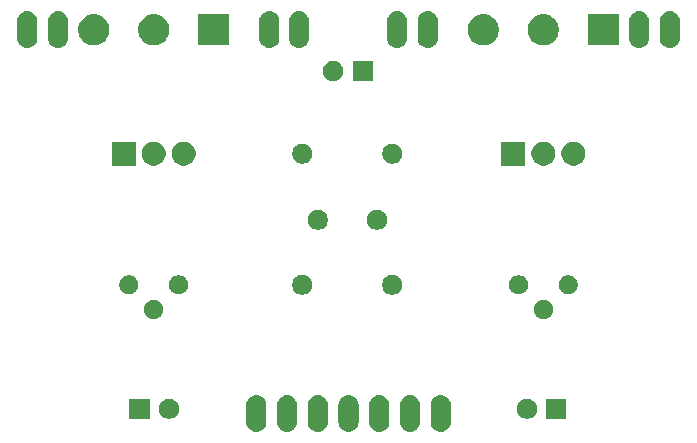
<source format=gbr>
G04 #@! TF.GenerationSoftware,KiCad,Pcbnew,(5.1.5-0-10_14)*
G04 #@! TF.CreationDate,2021-09-14T17:42:55+02:00*
G04 #@! TF.ProjectId,npnium,6e706e69-756d-42e6-9b69-6361645f7063,rev?*
G04 #@! TF.SameCoordinates,Original*
G04 #@! TF.FileFunction,Soldermask,Top*
G04 #@! TF.FilePolarity,Negative*
%FSLAX46Y46*%
G04 Gerber Fmt 4.6, Leading zero omitted, Abs format (unit mm)*
G04 Created by KiCad (PCBNEW (5.1.5-0-10_14)) date 2021-09-14 17:42:55*
%MOMM*%
%LPD*%
G04 APERTURE LIST*
%ADD10C,0.100000*%
G04 APERTURE END LIST*
D10*
G36*
X92366822Y-109361313D02*
G01*
X92527241Y-109409976D01*
X92675077Y-109488995D01*
X92804659Y-109595341D01*
X92911004Y-109724922D01*
X92911005Y-109724924D01*
X92990024Y-109872758D01*
X93038687Y-110033177D01*
X93051000Y-110158196D01*
X93051000Y-111641804D01*
X93038687Y-111766823D01*
X92990024Y-111927242D01*
X92919114Y-112059906D01*
X92911004Y-112075078D01*
X92804659Y-112204659D01*
X92675078Y-112311004D01*
X92675076Y-112311005D01*
X92527242Y-112390024D01*
X92366823Y-112438687D01*
X92200000Y-112455117D01*
X92033178Y-112438687D01*
X91872759Y-112390024D01*
X91724925Y-112311005D01*
X91724923Y-112311004D01*
X91595342Y-112204659D01*
X91488997Y-112075078D01*
X91480887Y-112059906D01*
X91409977Y-111927242D01*
X91361314Y-111766823D01*
X91349001Y-111641804D01*
X91349000Y-110158197D01*
X91361313Y-110033178D01*
X91409976Y-109872759D01*
X91488995Y-109724923D01*
X91595341Y-109595341D01*
X91724922Y-109488996D01*
X91740094Y-109480886D01*
X91872758Y-109409976D01*
X92033177Y-109361313D01*
X92200000Y-109344883D01*
X92366822Y-109361313D01*
G37*
G36*
X94966822Y-109361313D02*
G01*
X95127241Y-109409976D01*
X95275077Y-109488995D01*
X95404659Y-109595341D01*
X95511004Y-109724922D01*
X95511005Y-109724924D01*
X95590024Y-109872758D01*
X95638687Y-110033177D01*
X95651000Y-110158196D01*
X95651000Y-111641804D01*
X95638687Y-111766823D01*
X95590024Y-111927242D01*
X95519114Y-112059906D01*
X95511004Y-112075078D01*
X95404659Y-112204659D01*
X95275078Y-112311004D01*
X95275076Y-112311005D01*
X95127242Y-112390024D01*
X94966823Y-112438687D01*
X94800000Y-112455117D01*
X94633178Y-112438687D01*
X94472759Y-112390024D01*
X94324925Y-112311005D01*
X94324923Y-112311004D01*
X94195342Y-112204659D01*
X94088997Y-112075078D01*
X94080887Y-112059906D01*
X94009977Y-111927242D01*
X93961314Y-111766823D01*
X93949001Y-111641804D01*
X93949000Y-110158197D01*
X93961313Y-110033178D01*
X94009976Y-109872759D01*
X94088995Y-109724923D01*
X94195341Y-109595341D01*
X94324922Y-109488996D01*
X94340094Y-109480886D01*
X94472758Y-109409976D01*
X94633177Y-109361313D01*
X94800000Y-109344883D01*
X94966822Y-109361313D01*
G37*
G36*
X97566822Y-109361313D02*
G01*
X97727241Y-109409976D01*
X97875077Y-109488995D01*
X98004659Y-109595341D01*
X98111004Y-109724922D01*
X98111005Y-109724924D01*
X98190024Y-109872758D01*
X98238687Y-110033177D01*
X98251000Y-110158196D01*
X98251000Y-111641804D01*
X98238687Y-111766823D01*
X98190024Y-111927242D01*
X98119114Y-112059906D01*
X98111004Y-112075078D01*
X98004659Y-112204659D01*
X97875078Y-112311004D01*
X97875076Y-112311005D01*
X97727242Y-112390024D01*
X97566823Y-112438687D01*
X97400000Y-112455117D01*
X97233178Y-112438687D01*
X97072759Y-112390024D01*
X96924925Y-112311005D01*
X96924923Y-112311004D01*
X96795342Y-112204659D01*
X96688997Y-112075078D01*
X96680887Y-112059906D01*
X96609977Y-111927242D01*
X96561314Y-111766823D01*
X96549001Y-111641804D01*
X96549000Y-110158197D01*
X96561313Y-110033178D01*
X96609976Y-109872759D01*
X96688995Y-109724923D01*
X96795341Y-109595341D01*
X96924922Y-109488996D01*
X96940094Y-109480886D01*
X97072758Y-109409976D01*
X97233177Y-109361313D01*
X97400000Y-109344883D01*
X97566822Y-109361313D01*
G37*
G36*
X100166822Y-109361313D02*
G01*
X100327241Y-109409976D01*
X100475077Y-109488995D01*
X100604659Y-109595341D01*
X100711004Y-109724922D01*
X100711005Y-109724924D01*
X100790024Y-109872758D01*
X100838687Y-110033177D01*
X100851000Y-110158196D01*
X100851000Y-111641804D01*
X100838687Y-111766823D01*
X100790024Y-111927242D01*
X100719114Y-112059906D01*
X100711004Y-112075078D01*
X100604659Y-112204659D01*
X100475078Y-112311004D01*
X100475076Y-112311005D01*
X100327242Y-112390024D01*
X100166823Y-112438687D01*
X100000000Y-112455117D01*
X99833178Y-112438687D01*
X99672759Y-112390024D01*
X99524925Y-112311005D01*
X99524923Y-112311004D01*
X99395342Y-112204659D01*
X99288997Y-112075078D01*
X99280887Y-112059906D01*
X99209977Y-111927242D01*
X99161314Y-111766823D01*
X99149001Y-111641804D01*
X99149000Y-110158197D01*
X99161313Y-110033178D01*
X99209976Y-109872759D01*
X99288995Y-109724923D01*
X99395341Y-109595341D01*
X99524922Y-109488996D01*
X99540094Y-109480886D01*
X99672758Y-109409976D01*
X99833177Y-109361313D01*
X100000000Y-109344883D01*
X100166822Y-109361313D01*
G37*
G36*
X102766822Y-109361313D02*
G01*
X102927241Y-109409976D01*
X103075077Y-109488995D01*
X103204659Y-109595341D01*
X103311004Y-109724922D01*
X103311005Y-109724924D01*
X103390024Y-109872758D01*
X103438687Y-110033177D01*
X103451000Y-110158196D01*
X103451000Y-111641804D01*
X103438687Y-111766823D01*
X103390024Y-111927242D01*
X103319114Y-112059906D01*
X103311004Y-112075078D01*
X103204659Y-112204659D01*
X103075078Y-112311004D01*
X103075076Y-112311005D01*
X102927242Y-112390024D01*
X102766823Y-112438687D01*
X102600000Y-112455117D01*
X102433178Y-112438687D01*
X102272759Y-112390024D01*
X102124925Y-112311005D01*
X102124923Y-112311004D01*
X101995342Y-112204659D01*
X101888997Y-112075078D01*
X101880887Y-112059906D01*
X101809977Y-111927242D01*
X101761314Y-111766823D01*
X101749001Y-111641804D01*
X101749000Y-110158197D01*
X101761313Y-110033178D01*
X101809976Y-109872759D01*
X101888995Y-109724923D01*
X101995341Y-109595341D01*
X102124922Y-109488996D01*
X102140094Y-109480886D01*
X102272758Y-109409976D01*
X102433177Y-109361313D01*
X102600000Y-109344883D01*
X102766822Y-109361313D01*
G37*
G36*
X105366822Y-109361313D02*
G01*
X105527241Y-109409976D01*
X105675077Y-109488995D01*
X105804659Y-109595341D01*
X105911004Y-109724922D01*
X105911005Y-109724924D01*
X105990024Y-109872758D01*
X106038687Y-110033177D01*
X106051000Y-110158196D01*
X106051000Y-111641804D01*
X106038687Y-111766823D01*
X105990024Y-111927242D01*
X105919114Y-112059906D01*
X105911004Y-112075078D01*
X105804659Y-112204659D01*
X105675078Y-112311004D01*
X105675076Y-112311005D01*
X105527242Y-112390024D01*
X105366823Y-112438687D01*
X105200000Y-112455117D01*
X105033178Y-112438687D01*
X104872759Y-112390024D01*
X104724925Y-112311005D01*
X104724923Y-112311004D01*
X104595342Y-112204659D01*
X104488997Y-112075078D01*
X104480887Y-112059906D01*
X104409977Y-111927242D01*
X104361314Y-111766823D01*
X104349001Y-111641804D01*
X104349000Y-110158197D01*
X104361313Y-110033178D01*
X104409976Y-109872759D01*
X104488995Y-109724923D01*
X104595341Y-109595341D01*
X104724922Y-109488996D01*
X104740094Y-109480886D01*
X104872758Y-109409976D01*
X105033177Y-109361313D01*
X105200000Y-109344883D01*
X105366822Y-109361313D01*
G37*
G36*
X107966822Y-109361313D02*
G01*
X108127241Y-109409976D01*
X108275077Y-109488995D01*
X108404659Y-109595341D01*
X108511004Y-109724922D01*
X108511005Y-109724924D01*
X108590024Y-109872758D01*
X108638687Y-110033177D01*
X108651000Y-110158196D01*
X108651000Y-111641804D01*
X108638687Y-111766823D01*
X108590024Y-111927242D01*
X108519114Y-112059906D01*
X108511004Y-112075078D01*
X108404659Y-112204659D01*
X108275078Y-112311004D01*
X108275076Y-112311005D01*
X108127242Y-112390024D01*
X107966823Y-112438687D01*
X107800000Y-112455117D01*
X107633178Y-112438687D01*
X107472759Y-112390024D01*
X107324925Y-112311005D01*
X107324923Y-112311004D01*
X107195342Y-112204659D01*
X107088997Y-112075078D01*
X107080887Y-112059906D01*
X107009977Y-111927242D01*
X106961314Y-111766823D01*
X106949001Y-111641804D01*
X106949000Y-110158197D01*
X106961313Y-110033178D01*
X107009976Y-109872759D01*
X107088995Y-109724923D01*
X107195341Y-109595341D01*
X107324922Y-109488996D01*
X107340094Y-109480886D01*
X107472758Y-109409976D01*
X107633177Y-109361313D01*
X107800000Y-109344883D01*
X107966822Y-109361313D01*
G37*
G36*
X115348228Y-109681703D02*
G01*
X115503100Y-109745853D01*
X115642481Y-109838985D01*
X115761015Y-109957519D01*
X115854147Y-110096900D01*
X115918297Y-110251772D01*
X115951000Y-110416184D01*
X115951000Y-110583816D01*
X115918297Y-110748228D01*
X115854147Y-110903100D01*
X115761015Y-111042481D01*
X115642481Y-111161015D01*
X115503100Y-111254147D01*
X115348228Y-111318297D01*
X115183816Y-111351000D01*
X115016184Y-111351000D01*
X114851772Y-111318297D01*
X114696900Y-111254147D01*
X114557519Y-111161015D01*
X114438985Y-111042481D01*
X114345853Y-110903100D01*
X114281703Y-110748228D01*
X114249000Y-110583816D01*
X114249000Y-110416184D01*
X114281703Y-110251772D01*
X114345853Y-110096900D01*
X114438985Y-109957519D01*
X114557519Y-109838985D01*
X114696900Y-109745853D01*
X114851772Y-109681703D01*
X115016184Y-109649000D01*
X115183816Y-109649000D01*
X115348228Y-109681703D01*
G37*
G36*
X83151000Y-111351000D02*
G01*
X81449000Y-111351000D01*
X81449000Y-109649000D01*
X83151000Y-109649000D01*
X83151000Y-111351000D01*
G37*
G36*
X85048228Y-109681703D02*
G01*
X85203100Y-109745853D01*
X85342481Y-109838985D01*
X85461015Y-109957519D01*
X85554147Y-110096900D01*
X85618297Y-110251772D01*
X85651000Y-110416184D01*
X85651000Y-110583816D01*
X85618297Y-110748228D01*
X85554147Y-110903100D01*
X85461015Y-111042481D01*
X85342481Y-111161015D01*
X85203100Y-111254147D01*
X85048228Y-111318297D01*
X84883816Y-111351000D01*
X84716184Y-111351000D01*
X84551772Y-111318297D01*
X84396900Y-111254147D01*
X84257519Y-111161015D01*
X84138985Y-111042481D01*
X84045853Y-110903100D01*
X83981703Y-110748228D01*
X83949000Y-110583816D01*
X83949000Y-110416184D01*
X83981703Y-110251772D01*
X84045853Y-110096900D01*
X84138985Y-109957519D01*
X84257519Y-109838985D01*
X84396900Y-109745853D01*
X84551772Y-109681703D01*
X84716184Y-109649000D01*
X84883816Y-109649000D01*
X85048228Y-109681703D01*
G37*
G36*
X118451000Y-111351000D02*
G01*
X116749000Y-111351000D01*
X116749000Y-109649000D01*
X118451000Y-109649000D01*
X118451000Y-111351000D01*
G37*
G36*
X116737142Y-101318242D02*
G01*
X116885101Y-101379529D01*
X117018255Y-101468499D01*
X117131501Y-101581745D01*
X117220471Y-101714899D01*
X117281758Y-101862858D01*
X117313000Y-102019925D01*
X117313000Y-102180075D01*
X117281758Y-102337142D01*
X117220471Y-102485101D01*
X117131501Y-102618255D01*
X117018255Y-102731501D01*
X116885101Y-102820471D01*
X116737142Y-102881758D01*
X116580075Y-102913000D01*
X116419925Y-102913000D01*
X116262858Y-102881758D01*
X116114899Y-102820471D01*
X115981745Y-102731501D01*
X115868499Y-102618255D01*
X115779529Y-102485101D01*
X115718242Y-102337142D01*
X115687000Y-102180075D01*
X115687000Y-102019925D01*
X115718242Y-101862858D01*
X115779529Y-101714899D01*
X115868499Y-101581745D01*
X115981745Y-101468499D01*
X116114899Y-101379529D01*
X116262858Y-101318242D01*
X116419925Y-101287000D01*
X116580075Y-101287000D01*
X116737142Y-101318242D01*
G37*
G36*
X83737142Y-101318242D02*
G01*
X83885101Y-101379529D01*
X84018255Y-101468499D01*
X84131501Y-101581745D01*
X84220471Y-101714899D01*
X84281758Y-101862858D01*
X84313000Y-102019925D01*
X84313000Y-102180075D01*
X84281758Y-102337142D01*
X84220471Y-102485101D01*
X84131501Y-102618255D01*
X84018255Y-102731501D01*
X83885101Y-102820471D01*
X83737142Y-102881758D01*
X83580075Y-102913000D01*
X83419925Y-102913000D01*
X83262858Y-102881758D01*
X83114899Y-102820471D01*
X82981745Y-102731501D01*
X82868499Y-102618255D01*
X82779529Y-102485101D01*
X82718242Y-102337142D01*
X82687000Y-102180075D01*
X82687000Y-102019925D01*
X82718242Y-101862858D01*
X82779529Y-101714899D01*
X82868499Y-101581745D01*
X82981745Y-101468499D01*
X83114899Y-101379529D01*
X83262858Y-101318242D01*
X83419925Y-101287000D01*
X83580075Y-101287000D01*
X83737142Y-101318242D01*
G37*
G36*
X103948228Y-99181703D02*
G01*
X104103100Y-99245853D01*
X104242481Y-99338985D01*
X104361015Y-99457519D01*
X104454147Y-99596900D01*
X104518297Y-99751772D01*
X104551000Y-99916184D01*
X104551000Y-100083816D01*
X104518297Y-100248228D01*
X104454147Y-100403100D01*
X104361015Y-100542481D01*
X104242481Y-100661015D01*
X104103100Y-100754147D01*
X103948228Y-100818297D01*
X103783816Y-100851000D01*
X103616184Y-100851000D01*
X103451772Y-100818297D01*
X103296900Y-100754147D01*
X103157519Y-100661015D01*
X103038985Y-100542481D01*
X102945853Y-100403100D01*
X102881703Y-100248228D01*
X102849000Y-100083816D01*
X102849000Y-99916184D01*
X102881703Y-99751772D01*
X102945853Y-99596900D01*
X103038985Y-99457519D01*
X103157519Y-99338985D01*
X103296900Y-99245853D01*
X103451772Y-99181703D01*
X103616184Y-99149000D01*
X103783816Y-99149000D01*
X103948228Y-99181703D01*
G37*
G36*
X96328228Y-99181703D02*
G01*
X96483100Y-99245853D01*
X96622481Y-99338985D01*
X96741015Y-99457519D01*
X96834147Y-99596900D01*
X96898297Y-99751772D01*
X96931000Y-99916184D01*
X96931000Y-100083816D01*
X96898297Y-100248228D01*
X96834147Y-100403100D01*
X96741015Y-100542481D01*
X96622481Y-100661015D01*
X96483100Y-100754147D01*
X96328228Y-100818297D01*
X96163816Y-100851000D01*
X95996184Y-100851000D01*
X95831772Y-100818297D01*
X95676900Y-100754147D01*
X95537519Y-100661015D01*
X95418985Y-100542481D01*
X95325853Y-100403100D01*
X95261703Y-100248228D01*
X95229000Y-100083816D01*
X95229000Y-99916184D01*
X95261703Y-99751772D01*
X95325853Y-99596900D01*
X95418985Y-99457519D01*
X95537519Y-99338985D01*
X95676900Y-99245853D01*
X95831772Y-99181703D01*
X95996184Y-99149000D01*
X96163816Y-99149000D01*
X96328228Y-99181703D01*
G37*
G36*
X118837142Y-99218242D02*
G01*
X118985101Y-99279529D01*
X119118255Y-99368499D01*
X119231501Y-99481745D01*
X119320471Y-99614899D01*
X119381758Y-99762858D01*
X119413000Y-99919925D01*
X119413000Y-100080075D01*
X119381758Y-100237142D01*
X119320471Y-100385101D01*
X119231501Y-100518255D01*
X119118255Y-100631501D01*
X118985101Y-100720471D01*
X118837142Y-100781758D01*
X118680075Y-100813000D01*
X118519925Y-100813000D01*
X118362858Y-100781758D01*
X118214899Y-100720471D01*
X118081745Y-100631501D01*
X117968499Y-100518255D01*
X117879529Y-100385101D01*
X117818242Y-100237142D01*
X117787000Y-100080075D01*
X117787000Y-99919925D01*
X117818242Y-99762858D01*
X117879529Y-99614899D01*
X117968499Y-99481745D01*
X118081745Y-99368499D01*
X118214899Y-99279529D01*
X118362858Y-99218242D01*
X118519925Y-99187000D01*
X118680075Y-99187000D01*
X118837142Y-99218242D01*
G37*
G36*
X114637142Y-99218242D02*
G01*
X114785101Y-99279529D01*
X114918255Y-99368499D01*
X115031501Y-99481745D01*
X115120471Y-99614899D01*
X115181758Y-99762858D01*
X115213000Y-99919925D01*
X115213000Y-100080075D01*
X115181758Y-100237142D01*
X115120471Y-100385101D01*
X115031501Y-100518255D01*
X114918255Y-100631501D01*
X114785101Y-100720471D01*
X114637142Y-100781758D01*
X114480075Y-100813000D01*
X114319925Y-100813000D01*
X114162858Y-100781758D01*
X114014899Y-100720471D01*
X113881745Y-100631501D01*
X113768499Y-100518255D01*
X113679529Y-100385101D01*
X113618242Y-100237142D01*
X113587000Y-100080075D01*
X113587000Y-99919925D01*
X113618242Y-99762858D01*
X113679529Y-99614899D01*
X113768499Y-99481745D01*
X113881745Y-99368499D01*
X114014899Y-99279529D01*
X114162858Y-99218242D01*
X114319925Y-99187000D01*
X114480075Y-99187000D01*
X114637142Y-99218242D01*
G37*
G36*
X85837142Y-99218242D02*
G01*
X85985101Y-99279529D01*
X86118255Y-99368499D01*
X86231501Y-99481745D01*
X86320471Y-99614899D01*
X86381758Y-99762858D01*
X86413000Y-99919925D01*
X86413000Y-100080075D01*
X86381758Y-100237142D01*
X86320471Y-100385101D01*
X86231501Y-100518255D01*
X86118255Y-100631501D01*
X85985101Y-100720471D01*
X85837142Y-100781758D01*
X85680075Y-100813000D01*
X85519925Y-100813000D01*
X85362858Y-100781758D01*
X85214899Y-100720471D01*
X85081745Y-100631501D01*
X84968499Y-100518255D01*
X84879529Y-100385101D01*
X84818242Y-100237142D01*
X84787000Y-100080075D01*
X84787000Y-99919925D01*
X84818242Y-99762858D01*
X84879529Y-99614899D01*
X84968499Y-99481745D01*
X85081745Y-99368499D01*
X85214899Y-99279529D01*
X85362858Y-99218242D01*
X85519925Y-99187000D01*
X85680075Y-99187000D01*
X85837142Y-99218242D01*
G37*
G36*
X81637142Y-99218242D02*
G01*
X81785101Y-99279529D01*
X81918255Y-99368499D01*
X82031501Y-99481745D01*
X82120471Y-99614899D01*
X82181758Y-99762858D01*
X82213000Y-99919925D01*
X82213000Y-100080075D01*
X82181758Y-100237142D01*
X82120471Y-100385101D01*
X82031501Y-100518255D01*
X81918255Y-100631501D01*
X81785101Y-100720471D01*
X81637142Y-100781758D01*
X81480075Y-100813000D01*
X81319925Y-100813000D01*
X81162858Y-100781758D01*
X81014899Y-100720471D01*
X80881745Y-100631501D01*
X80768499Y-100518255D01*
X80679529Y-100385101D01*
X80618242Y-100237142D01*
X80587000Y-100080075D01*
X80587000Y-99919925D01*
X80618242Y-99762858D01*
X80679529Y-99614899D01*
X80768499Y-99481745D01*
X80881745Y-99368499D01*
X81014899Y-99279529D01*
X81162858Y-99218242D01*
X81319925Y-99187000D01*
X81480075Y-99187000D01*
X81637142Y-99218242D01*
G37*
G36*
X102648228Y-93681703D02*
G01*
X102803100Y-93745853D01*
X102942481Y-93838985D01*
X103061015Y-93957519D01*
X103154147Y-94096900D01*
X103218297Y-94251772D01*
X103251000Y-94416184D01*
X103251000Y-94583816D01*
X103218297Y-94748228D01*
X103154147Y-94903100D01*
X103061015Y-95042481D01*
X102942481Y-95161015D01*
X102803100Y-95254147D01*
X102648228Y-95318297D01*
X102483816Y-95351000D01*
X102316184Y-95351000D01*
X102151772Y-95318297D01*
X101996900Y-95254147D01*
X101857519Y-95161015D01*
X101738985Y-95042481D01*
X101645853Y-94903100D01*
X101581703Y-94748228D01*
X101549000Y-94583816D01*
X101549000Y-94416184D01*
X101581703Y-94251772D01*
X101645853Y-94096900D01*
X101738985Y-93957519D01*
X101857519Y-93838985D01*
X101996900Y-93745853D01*
X102151772Y-93681703D01*
X102316184Y-93649000D01*
X102483816Y-93649000D01*
X102648228Y-93681703D01*
G37*
G36*
X97648228Y-93681703D02*
G01*
X97803100Y-93745853D01*
X97942481Y-93838985D01*
X98061015Y-93957519D01*
X98154147Y-94096900D01*
X98218297Y-94251772D01*
X98251000Y-94416184D01*
X98251000Y-94583816D01*
X98218297Y-94748228D01*
X98154147Y-94903100D01*
X98061015Y-95042481D01*
X97942481Y-95161015D01*
X97803100Y-95254147D01*
X97648228Y-95318297D01*
X97483816Y-95351000D01*
X97316184Y-95351000D01*
X97151772Y-95318297D01*
X96996900Y-95254147D01*
X96857519Y-95161015D01*
X96738985Y-95042481D01*
X96645853Y-94903100D01*
X96581703Y-94748228D01*
X96549000Y-94583816D01*
X96549000Y-94416184D01*
X96581703Y-94251772D01*
X96645853Y-94096900D01*
X96738985Y-93957519D01*
X96857519Y-93838985D01*
X96996900Y-93745853D01*
X97151772Y-93681703D01*
X97316184Y-93649000D01*
X97483816Y-93649000D01*
X97648228Y-93681703D01*
G37*
G36*
X81976200Y-89916200D02*
G01*
X79943800Y-89916200D01*
X79943800Y-87883800D01*
X81976200Y-87883800D01*
X81976200Y-89916200D01*
G37*
G36*
X83796415Y-87922851D02*
G01*
X83981350Y-87999454D01*
X83981351Y-87999455D01*
X84147790Y-88110666D01*
X84289334Y-88252210D01*
X84289335Y-88252212D01*
X84400546Y-88418650D01*
X84477149Y-88603585D01*
X84516200Y-88799912D01*
X84516200Y-89000088D01*
X84477149Y-89196415D01*
X84400546Y-89381350D01*
X84400545Y-89381351D01*
X84289334Y-89547790D01*
X84147790Y-89689334D01*
X84104447Y-89718295D01*
X83981350Y-89800546D01*
X83796415Y-89877149D01*
X83600088Y-89916200D01*
X83399912Y-89916200D01*
X83203585Y-89877149D01*
X83018650Y-89800546D01*
X82895553Y-89718295D01*
X82852210Y-89689334D01*
X82710666Y-89547790D01*
X82599455Y-89381351D01*
X82599454Y-89381350D01*
X82522851Y-89196415D01*
X82483800Y-89000088D01*
X82483800Y-88799912D01*
X82522851Y-88603585D01*
X82599454Y-88418650D01*
X82710665Y-88252212D01*
X82710666Y-88252210D01*
X82852210Y-88110666D01*
X83018649Y-87999455D01*
X83018650Y-87999454D01*
X83203585Y-87922851D01*
X83399912Y-87883800D01*
X83600088Y-87883800D01*
X83796415Y-87922851D01*
G37*
G36*
X119336415Y-87922851D02*
G01*
X119521350Y-87999454D01*
X119521351Y-87999455D01*
X119687790Y-88110666D01*
X119829334Y-88252210D01*
X119829335Y-88252212D01*
X119940546Y-88418650D01*
X120017149Y-88603585D01*
X120056200Y-88799912D01*
X120056200Y-89000088D01*
X120017149Y-89196415D01*
X119940546Y-89381350D01*
X119940545Y-89381351D01*
X119829334Y-89547790D01*
X119687790Y-89689334D01*
X119644447Y-89718295D01*
X119521350Y-89800546D01*
X119336415Y-89877149D01*
X119140088Y-89916200D01*
X118939912Y-89916200D01*
X118743585Y-89877149D01*
X118558650Y-89800546D01*
X118435553Y-89718295D01*
X118392210Y-89689334D01*
X118250666Y-89547790D01*
X118139455Y-89381351D01*
X118139454Y-89381350D01*
X118062851Y-89196415D01*
X118023800Y-89000088D01*
X118023800Y-88799912D01*
X118062851Y-88603585D01*
X118139454Y-88418650D01*
X118250665Y-88252212D01*
X118250666Y-88252210D01*
X118392210Y-88110666D01*
X118558649Y-87999455D01*
X118558650Y-87999454D01*
X118743585Y-87922851D01*
X118939912Y-87883800D01*
X119140088Y-87883800D01*
X119336415Y-87922851D01*
G37*
G36*
X116796415Y-87922851D02*
G01*
X116981350Y-87999454D01*
X116981351Y-87999455D01*
X117147790Y-88110666D01*
X117289334Y-88252210D01*
X117289335Y-88252212D01*
X117400546Y-88418650D01*
X117477149Y-88603585D01*
X117516200Y-88799912D01*
X117516200Y-89000088D01*
X117477149Y-89196415D01*
X117400546Y-89381350D01*
X117400545Y-89381351D01*
X117289334Y-89547790D01*
X117147790Y-89689334D01*
X117104447Y-89718295D01*
X116981350Y-89800546D01*
X116796415Y-89877149D01*
X116600088Y-89916200D01*
X116399912Y-89916200D01*
X116203585Y-89877149D01*
X116018650Y-89800546D01*
X115895553Y-89718295D01*
X115852210Y-89689334D01*
X115710666Y-89547790D01*
X115599455Y-89381351D01*
X115599454Y-89381350D01*
X115522851Y-89196415D01*
X115483800Y-89000088D01*
X115483800Y-88799912D01*
X115522851Y-88603585D01*
X115599454Y-88418650D01*
X115710665Y-88252212D01*
X115710666Y-88252210D01*
X115852210Y-88110666D01*
X116018649Y-87999455D01*
X116018650Y-87999454D01*
X116203585Y-87922851D01*
X116399912Y-87883800D01*
X116600088Y-87883800D01*
X116796415Y-87922851D01*
G37*
G36*
X114976200Y-89916200D02*
G01*
X112943800Y-89916200D01*
X112943800Y-87883800D01*
X114976200Y-87883800D01*
X114976200Y-89916200D01*
G37*
G36*
X86336415Y-87922851D02*
G01*
X86521350Y-87999454D01*
X86521351Y-87999455D01*
X86687790Y-88110666D01*
X86829334Y-88252210D01*
X86829335Y-88252212D01*
X86940546Y-88418650D01*
X87017149Y-88603585D01*
X87056200Y-88799912D01*
X87056200Y-89000088D01*
X87017149Y-89196415D01*
X86940546Y-89381350D01*
X86940545Y-89381351D01*
X86829334Y-89547790D01*
X86687790Y-89689334D01*
X86644447Y-89718295D01*
X86521350Y-89800546D01*
X86336415Y-89877149D01*
X86140088Y-89916200D01*
X85939912Y-89916200D01*
X85743585Y-89877149D01*
X85558650Y-89800546D01*
X85435553Y-89718295D01*
X85392210Y-89689334D01*
X85250666Y-89547790D01*
X85139455Y-89381351D01*
X85139454Y-89381350D01*
X85062851Y-89196415D01*
X85023800Y-89000088D01*
X85023800Y-88799912D01*
X85062851Y-88603585D01*
X85139454Y-88418650D01*
X85250665Y-88252212D01*
X85250666Y-88252210D01*
X85392210Y-88110666D01*
X85558649Y-87999455D01*
X85558650Y-87999454D01*
X85743585Y-87922851D01*
X85939912Y-87883800D01*
X86140088Y-87883800D01*
X86336415Y-87922851D01*
G37*
G36*
X96328228Y-88081703D02*
G01*
X96483100Y-88145853D01*
X96622481Y-88238985D01*
X96741015Y-88357519D01*
X96834147Y-88496900D01*
X96898297Y-88651772D01*
X96931000Y-88816184D01*
X96931000Y-88983816D01*
X96898297Y-89148228D01*
X96834147Y-89303100D01*
X96741015Y-89442481D01*
X96622481Y-89561015D01*
X96483100Y-89654147D01*
X96328228Y-89718297D01*
X96163816Y-89751000D01*
X95996184Y-89751000D01*
X95831772Y-89718297D01*
X95676900Y-89654147D01*
X95537519Y-89561015D01*
X95418985Y-89442481D01*
X95325853Y-89303100D01*
X95261703Y-89148228D01*
X95229000Y-88983816D01*
X95229000Y-88816184D01*
X95261703Y-88651772D01*
X95325853Y-88496900D01*
X95418985Y-88357519D01*
X95537519Y-88238985D01*
X95676900Y-88145853D01*
X95831772Y-88081703D01*
X95996184Y-88049000D01*
X96163816Y-88049000D01*
X96328228Y-88081703D01*
G37*
G36*
X103948228Y-88081703D02*
G01*
X104103100Y-88145853D01*
X104242481Y-88238985D01*
X104361015Y-88357519D01*
X104454147Y-88496900D01*
X104518297Y-88651772D01*
X104551000Y-88816184D01*
X104551000Y-88983816D01*
X104518297Y-89148228D01*
X104454147Y-89303100D01*
X104361015Y-89442481D01*
X104242481Y-89561015D01*
X104103100Y-89654147D01*
X103948228Y-89718297D01*
X103783816Y-89751000D01*
X103616184Y-89751000D01*
X103451772Y-89718297D01*
X103296900Y-89654147D01*
X103157519Y-89561015D01*
X103038985Y-89442481D01*
X102945853Y-89303100D01*
X102881703Y-89148228D01*
X102849000Y-88983816D01*
X102849000Y-88816184D01*
X102881703Y-88651772D01*
X102945853Y-88496900D01*
X103038985Y-88357519D01*
X103157519Y-88238985D01*
X103296900Y-88145853D01*
X103451772Y-88081703D01*
X103616184Y-88049000D01*
X103783816Y-88049000D01*
X103948228Y-88081703D01*
G37*
G36*
X102051000Y-82751000D02*
G01*
X100349000Y-82751000D01*
X100349000Y-81049000D01*
X102051000Y-81049000D01*
X102051000Y-82751000D01*
G37*
G36*
X98948228Y-81081703D02*
G01*
X99103100Y-81145853D01*
X99242481Y-81238985D01*
X99361015Y-81357519D01*
X99454147Y-81496900D01*
X99518297Y-81651772D01*
X99551000Y-81816184D01*
X99551000Y-81983816D01*
X99518297Y-82148228D01*
X99454147Y-82303100D01*
X99361015Y-82442481D01*
X99242481Y-82561015D01*
X99103100Y-82654147D01*
X98948228Y-82718297D01*
X98783816Y-82751000D01*
X98616184Y-82751000D01*
X98451772Y-82718297D01*
X98296900Y-82654147D01*
X98157519Y-82561015D01*
X98038985Y-82442481D01*
X97945853Y-82303100D01*
X97881703Y-82148228D01*
X97849000Y-81983816D01*
X97849000Y-81816184D01*
X97881703Y-81651772D01*
X97945853Y-81496900D01*
X98038985Y-81357519D01*
X98157519Y-81238985D01*
X98296900Y-81145853D01*
X98451772Y-81081703D01*
X98616184Y-81049000D01*
X98783816Y-81049000D01*
X98948228Y-81081703D01*
G37*
G36*
X75566822Y-76861313D02*
G01*
X75727241Y-76909976D01*
X75875077Y-76988995D01*
X76004659Y-77095341D01*
X76111004Y-77224922D01*
X76111005Y-77224924D01*
X76190024Y-77372758D01*
X76238687Y-77533177D01*
X76251000Y-77658196D01*
X76251000Y-79141804D01*
X76238687Y-79266823D01*
X76190024Y-79427242D01*
X76119114Y-79559906D01*
X76111004Y-79575078D01*
X76004659Y-79704659D01*
X75875078Y-79811004D01*
X75875076Y-79811005D01*
X75727242Y-79890024D01*
X75566823Y-79938687D01*
X75400000Y-79955117D01*
X75233178Y-79938687D01*
X75072759Y-79890024D01*
X74924925Y-79811005D01*
X74924923Y-79811004D01*
X74795342Y-79704659D01*
X74688997Y-79575078D01*
X74680887Y-79559906D01*
X74609977Y-79427242D01*
X74561314Y-79266823D01*
X74549001Y-79141804D01*
X74549000Y-77658197D01*
X74561313Y-77533178D01*
X74609976Y-77372759D01*
X74688995Y-77224923D01*
X74795341Y-77095341D01*
X74924922Y-76988996D01*
X74940094Y-76980886D01*
X75072758Y-76909976D01*
X75233177Y-76861313D01*
X75400000Y-76844883D01*
X75566822Y-76861313D01*
G37*
G36*
X106866822Y-76861313D02*
G01*
X107027241Y-76909976D01*
X107175077Y-76988995D01*
X107304659Y-77095341D01*
X107411004Y-77224922D01*
X107411005Y-77224924D01*
X107490024Y-77372758D01*
X107538687Y-77533177D01*
X107551000Y-77658196D01*
X107551000Y-79141804D01*
X107538687Y-79266823D01*
X107490024Y-79427242D01*
X107419114Y-79559906D01*
X107411004Y-79575078D01*
X107304659Y-79704659D01*
X107175078Y-79811004D01*
X107175076Y-79811005D01*
X107027242Y-79890024D01*
X106866823Y-79938687D01*
X106700000Y-79955117D01*
X106533178Y-79938687D01*
X106372759Y-79890024D01*
X106224925Y-79811005D01*
X106224923Y-79811004D01*
X106095342Y-79704659D01*
X105988997Y-79575078D01*
X105980887Y-79559906D01*
X105909977Y-79427242D01*
X105861314Y-79266823D01*
X105849001Y-79141804D01*
X105849000Y-77658197D01*
X105861313Y-77533178D01*
X105909976Y-77372759D01*
X105988995Y-77224923D01*
X106095341Y-77095341D01*
X106224922Y-76988996D01*
X106240094Y-76980886D01*
X106372758Y-76909976D01*
X106533177Y-76861313D01*
X106700000Y-76844883D01*
X106866822Y-76861313D01*
G37*
G36*
X127366822Y-76861313D02*
G01*
X127527241Y-76909976D01*
X127675077Y-76988995D01*
X127804659Y-77095341D01*
X127911004Y-77224922D01*
X127911005Y-77224924D01*
X127990024Y-77372758D01*
X128038687Y-77533177D01*
X128051000Y-77658196D01*
X128051000Y-79141804D01*
X128038687Y-79266823D01*
X127990024Y-79427242D01*
X127919114Y-79559906D01*
X127911004Y-79575078D01*
X127804659Y-79704659D01*
X127675078Y-79811004D01*
X127675076Y-79811005D01*
X127527242Y-79890024D01*
X127366823Y-79938687D01*
X127200000Y-79955117D01*
X127033178Y-79938687D01*
X126872759Y-79890024D01*
X126724925Y-79811005D01*
X126724923Y-79811004D01*
X126595342Y-79704659D01*
X126488997Y-79575078D01*
X126480887Y-79559906D01*
X126409977Y-79427242D01*
X126361314Y-79266823D01*
X126349001Y-79141804D01*
X126349000Y-77658197D01*
X126361313Y-77533178D01*
X126409976Y-77372759D01*
X126488995Y-77224923D01*
X126595341Y-77095341D01*
X126724922Y-76988996D01*
X126740094Y-76980886D01*
X126872758Y-76909976D01*
X127033177Y-76861313D01*
X127200000Y-76844883D01*
X127366822Y-76861313D01*
G37*
G36*
X72966822Y-76861313D02*
G01*
X73127241Y-76909976D01*
X73275077Y-76988995D01*
X73404659Y-77095341D01*
X73511004Y-77224922D01*
X73511005Y-77224924D01*
X73590024Y-77372758D01*
X73638687Y-77533177D01*
X73651000Y-77658196D01*
X73651000Y-79141804D01*
X73638687Y-79266823D01*
X73590024Y-79427242D01*
X73519114Y-79559906D01*
X73511004Y-79575078D01*
X73404659Y-79704659D01*
X73275078Y-79811004D01*
X73275076Y-79811005D01*
X73127242Y-79890024D01*
X72966823Y-79938687D01*
X72800000Y-79955117D01*
X72633178Y-79938687D01*
X72472759Y-79890024D01*
X72324925Y-79811005D01*
X72324923Y-79811004D01*
X72195342Y-79704659D01*
X72088997Y-79575078D01*
X72080887Y-79559906D01*
X72009977Y-79427242D01*
X71961314Y-79266823D01*
X71949001Y-79141804D01*
X71949000Y-77658197D01*
X71961313Y-77533178D01*
X72009976Y-77372759D01*
X72088995Y-77224923D01*
X72195341Y-77095341D01*
X72324922Y-76988996D01*
X72340094Y-76980886D01*
X72472758Y-76909976D01*
X72633177Y-76861313D01*
X72800000Y-76844883D01*
X72966822Y-76861313D01*
G37*
G36*
X93466822Y-76861313D02*
G01*
X93627241Y-76909976D01*
X93775077Y-76988995D01*
X93904659Y-77095341D01*
X94011004Y-77224922D01*
X94011005Y-77224924D01*
X94090024Y-77372758D01*
X94138687Y-77533177D01*
X94151000Y-77658196D01*
X94151000Y-79141804D01*
X94138687Y-79266823D01*
X94090024Y-79427242D01*
X94019114Y-79559906D01*
X94011004Y-79575078D01*
X93904659Y-79704659D01*
X93775078Y-79811004D01*
X93775076Y-79811005D01*
X93627242Y-79890024D01*
X93466823Y-79938687D01*
X93300000Y-79955117D01*
X93133178Y-79938687D01*
X92972759Y-79890024D01*
X92824925Y-79811005D01*
X92824923Y-79811004D01*
X92695342Y-79704659D01*
X92588997Y-79575078D01*
X92580887Y-79559906D01*
X92509977Y-79427242D01*
X92461314Y-79266823D01*
X92449001Y-79141804D01*
X92449000Y-77658197D01*
X92461313Y-77533178D01*
X92509976Y-77372759D01*
X92588995Y-77224923D01*
X92695341Y-77095341D01*
X92824922Y-76988996D01*
X92840094Y-76980886D01*
X92972758Y-76909976D01*
X93133177Y-76861313D01*
X93300000Y-76844883D01*
X93466822Y-76861313D01*
G37*
G36*
X95966822Y-76861313D02*
G01*
X96127241Y-76909976D01*
X96275077Y-76988995D01*
X96404659Y-77095341D01*
X96511004Y-77224922D01*
X96511005Y-77224924D01*
X96590024Y-77372758D01*
X96638687Y-77533177D01*
X96651000Y-77658196D01*
X96651000Y-79141804D01*
X96638687Y-79266823D01*
X96590024Y-79427242D01*
X96519114Y-79559906D01*
X96511004Y-79575078D01*
X96404659Y-79704659D01*
X96275078Y-79811004D01*
X96275076Y-79811005D01*
X96127242Y-79890024D01*
X95966823Y-79938687D01*
X95800000Y-79955117D01*
X95633178Y-79938687D01*
X95472759Y-79890024D01*
X95324925Y-79811005D01*
X95324923Y-79811004D01*
X95195342Y-79704659D01*
X95088997Y-79575078D01*
X95080887Y-79559906D01*
X95009977Y-79427242D01*
X94961314Y-79266823D01*
X94949001Y-79141804D01*
X94949000Y-77658197D01*
X94961313Y-77533178D01*
X95009976Y-77372759D01*
X95088995Y-77224923D01*
X95195341Y-77095341D01*
X95324922Y-76988996D01*
X95340094Y-76980886D01*
X95472758Y-76909976D01*
X95633177Y-76861313D01*
X95800000Y-76844883D01*
X95966822Y-76861313D01*
G37*
G36*
X124766822Y-76861313D02*
G01*
X124927241Y-76909976D01*
X125075077Y-76988995D01*
X125204659Y-77095341D01*
X125311004Y-77224922D01*
X125311005Y-77224924D01*
X125390024Y-77372758D01*
X125438687Y-77533177D01*
X125451000Y-77658196D01*
X125451000Y-79141804D01*
X125438687Y-79266823D01*
X125390024Y-79427242D01*
X125319114Y-79559906D01*
X125311004Y-79575078D01*
X125204659Y-79704659D01*
X125075078Y-79811004D01*
X125075076Y-79811005D01*
X124927242Y-79890024D01*
X124766823Y-79938687D01*
X124600000Y-79955117D01*
X124433178Y-79938687D01*
X124272759Y-79890024D01*
X124124925Y-79811005D01*
X124124923Y-79811004D01*
X123995342Y-79704659D01*
X123888997Y-79575078D01*
X123880887Y-79559906D01*
X123809977Y-79427242D01*
X123761314Y-79266823D01*
X123749001Y-79141804D01*
X123749000Y-77658197D01*
X123761313Y-77533178D01*
X123809976Y-77372759D01*
X123888995Y-77224923D01*
X123995341Y-77095341D01*
X124124922Y-76988996D01*
X124140094Y-76980886D01*
X124272758Y-76909976D01*
X124433177Y-76861313D01*
X124600000Y-76844883D01*
X124766822Y-76861313D01*
G37*
G36*
X104266822Y-76861313D02*
G01*
X104427241Y-76909976D01*
X104575077Y-76988995D01*
X104704659Y-77095341D01*
X104811004Y-77224922D01*
X104811005Y-77224924D01*
X104890024Y-77372758D01*
X104938687Y-77533177D01*
X104951000Y-77658196D01*
X104951000Y-79141804D01*
X104938687Y-79266823D01*
X104890024Y-79427242D01*
X104819114Y-79559906D01*
X104811004Y-79575078D01*
X104704659Y-79704659D01*
X104575078Y-79811004D01*
X104575076Y-79811005D01*
X104427242Y-79890024D01*
X104266823Y-79938687D01*
X104100000Y-79955117D01*
X103933178Y-79938687D01*
X103772759Y-79890024D01*
X103624925Y-79811005D01*
X103624923Y-79811004D01*
X103495342Y-79704659D01*
X103388997Y-79575078D01*
X103380887Y-79559906D01*
X103309977Y-79427242D01*
X103261314Y-79266823D01*
X103249001Y-79141804D01*
X103249000Y-77658197D01*
X103261313Y-77533178D01*
X103309976Y-77372759D01*
X103388995Y-77224923D01*
X103495341Y-77095341D01*
X103624922Y-76988996D01*
X103640094Y-76980886D01*
X103772758Y-76909976D01*
X103933177Y-76861313D01*
X104100000Y-76844883D01*
X104266822Y-76861313D01*
G37*
G36*
X83757715Y-77104383D02*
G01*
X83885322Y-77129765D01*
X84026148Y-77188097D01*
X84125727Y-77229344D01*
X84125728Y-77229345D01*
X84342089Y-77373912D01*
X84526088Y-77557911D01*
X84593099Y-77658201D01*
X84670656Y-77774273D01*
X84711903Y-77873852D01*
X84770235Y-78014678D01*
X84821000Y-78269893D01*
X84821000Y-78530107D01*
X84770235Y-78785322D01*
X84711903Y-78926148D01*
X84670656Y-79025727D01*
X84670655Y-79025728D01*
X84526088Y-79242089D01*
X84342089Y-79426088D01*
X84197521Y-79522685D01*
X84125727Y-79570656D01*
X84026148Y-79611903D01*
X83885322Y-79670235D01*
X83757715Y-79695617D01*
X83630109Y-79721000D01*
X83369891Y-79721000D01*
X83242285Y-79695617D01*
X83114678Y-79670235D01*
X82973852Y-79611903D01*
X82874273Y-79570656D01*
X82802479Y-79522685D01*
X82657911Y-79426088D01*
X82473912Y-79242089D01*
X82329345Y-79025728D01*
X82329344Y-79025727D01*
X82288097Y-78926148D01*
X82229765Y-78785322D01*
X82179000Y-78530107D01*
X82179000Y-78269893D01*
X82229765Y-78014678D01*
X82288097Y-77873852D01*
X82329344Y-77774273D01*
X82406901Y-77658201D01*
X82473912Y-77557911D01*
X82657911Y-77373912D01*
X82874272Y-77229345D01*
X82874273Y-77229344D01*
X82973852Y-77188097D01*
X83114678Y-77129765D01*
X83242285Y-77104383D01*
X83369891Y-77079000D01*
X83630109Y-77079000D01*
X83757715Y-77104383D01*
G37*
G36*
X122901000Y-79721000D02*
G01*
X120259000Y-79721000D01*
X120259000Y-77079000D01*
X122901000Y-77079000D01*
X122901000Y-79721000D01*
G37*
G36*
X89901000Y-79721000D02*
G01*
X87259000Y-79721000D01*
X87259000Y-77079000D01*
X89901000Y-77079000D01*
X89901000Y-79721000D01*
G37*
G36*
X116757715Y-77104383D02*
G01*
X116885322Y-77129765D01*
X117026148Y-77188097D01*
X117125727Y-77229344D01*
X117125728Y-77229345D01*
X117342089Y-77373912D01*
X117526088Y-77557911D01*
X117593099Y-77658201D01*
X117670656Y-77774273D01*
X117711903Y-77873852D01*
X117770235Y-78014678D01*
X117821000Y-78269893D01*
X117821000Y-78530107D01*
X117770235Y-78785322D01*
X117711903Y-78926148D01*
X117670656Y-79025727D01*
X117670655Y-79025728D01*
X117526088Y-79242089D01*
X117342089Y-79426088D01*
X117197521Y-79522685D01*
X117125727Y-79570656D01*
X117026148Y-79611903D01*
X116885322Y-79670235D01*
X116757715Y-79695617D01*
X116630109Y-79721000D01*
X116369891Y-79721000D01*
X116242285Y-79695617D01*
X116114678Y-79670235D01*
X115973852Y-79611903D01*
X115874273Y-79570656D01*
X115802479Y-79522685D01*
X115657911Y-79426088D01*
X115473912Y-79242089D01*
X115329345Y-79025728D01*
X115329344Y-79025727D01*
X115288097Y-78926148D01*
X115229765Y-78785322D01*
X115179000Y-78530107D01*
X115179000Y-78269893D01*
X115229765Y-78014678D01*
X115288097Y-77873852D01*
X115329344Y-77774273D01*
X115406901Y-77658201D01*
X115473912Y-77557911D01*
X115657911Y-77373912D01*
X115874272Y-77229345D01*
X115874273Y-77229344D01*
X115973852Y-77188097D01*
X116114678Y-77129765D01*
X116242285Y-77104383D01*
X116369891Y-77079000D01*
X116630109Y-77079000D01*
X116757715Y-77104383D01*
G37*
G36*
X111677715Y-77104383D02*
G01*
X111805322Y-77129765D01*
X111946148Y-77188097D01*
X112045727Y-77229344D01*
X112045728Y-77229345D01*
X112262089Y-77373912D01*
X112446088Y-77557911D01*
X112513099Y-77658201D01*
X112590656Y-77774273D01*
X112631903Y-77873852D01*
X112690235Y-78014678D01*
X112741000Y-78269893D01*
X112741000Y-78530107D01*
X112690235Y-78785322D01*
X112631903Y-78926148D01*
X112590656Y-79025727D01*
X112590655Y-79025728D01*
X112446088Y-79242089D01*
X112262089Y-79426088D01*
X112117521Y-79522685D01*
X112045727Y-79570656D01*
X111946148Y-79611903D01*
X111805322Y-79670235D01*
X111677715Y-79695617D01*
X111550109Y-79721000D01*
X111289891Y-79721000D01*
X111162285Y-79695617D01*
X111034678Y-79670235D01*
X110893852Y-79611903D01*
X110794273Y-79570656D01*
X110722479Y-79522685D01*
X110577911Y-79426088D01*
X110393912Y-79242089D01*
X110249345Y-79025728D01*
X110249344Y-79025727D01*
X110208097Y-78926148D01*
X110149765Y-78785322D01*
X110099000Y-78530107D01*
X110099000Y-78269893D01*
X110149765Y-78014678D01*
X110208097Y-77873852D01*
X110249344Y-77774273D01*
X110326901Y-77658201D01*
X110393912Y-77557911D01*
X110577911Y-77373912D01*
X110794272Y-77229345D01*
X110794273Y-77229344D01*
X110893852Y-77188097D01*
X111034678Y-77129765D01*
X111162285Y-77104383D01*
X111289891Y-77079000D01*
X111550109Y-77079000D01*
X111677715Y-77104383D01*
G37*
G36*
X78677715Y-77104383D02*
G01*
X78805322Y-77129765D01*
X78946148Y-77188097D01*
X79045727Y-77229344D01*
X79045728Y-77229345D01*
X79262089Y-77373912D01*
X79446088Y-77557911D01*
X79513099Y-77658201D01*
X79590656Y-77774273D01*
X79631903Y-77873852D01*
X79690235Y-78014678D01*
X79741000Y-78269893D01*
X79741000Y-78530107D01*
X79690235Y-78785322D01*
X79631903Y-78926148D01*
X79590656Y-79025727D01*
X79590655Y-79025728D01*
X79446088Y-79242089D01*
X79262089Y-79426088D01*
X79117521Y-79522685D01*
X79045727Y-79570656D01*
X78946148Y-79611903D01*
X78805322Y-79670235D01*
X78677715Y-79695617D01*
X78550109Y-79721000D01*
X78289891Y-79721000D01*
X78162285Y-79695617D01*
X78034678Y-79670235D01*
X77893852Y-79611903D01*
X77794273Y-79570656D01*
X77722479Y-79522685D01*
X77577911Y-79426088D01*
X77393912Y-79242089D01*
X77249345Y-79025728D01*
X77249344Y-79025727D01*
X77208097Y-78926148D01*
X77149765Y-78785322D01*
X77099000Y-78530107D01*
X77099000Y-78269893D01*
X77149765Y-78014678D01*
X77208097Y-77873852D01*
X77249344Y-77774273D01*
X77326901Y-77658201D01*
X77393912Y-77557911D01*
X77577911Y-77373912D01*
X77794272Y-77229345D01*
X77794273Y-77229344D01*
X77893852Y-77188097D01*
X78034678Y-77129765D01*
X78162285Y-77104383D01*
X78289891Y-77079000D01*
X78550109Y-77079000D01*
X78677715Y-77104383D01*
G37*
M02*

</source>
